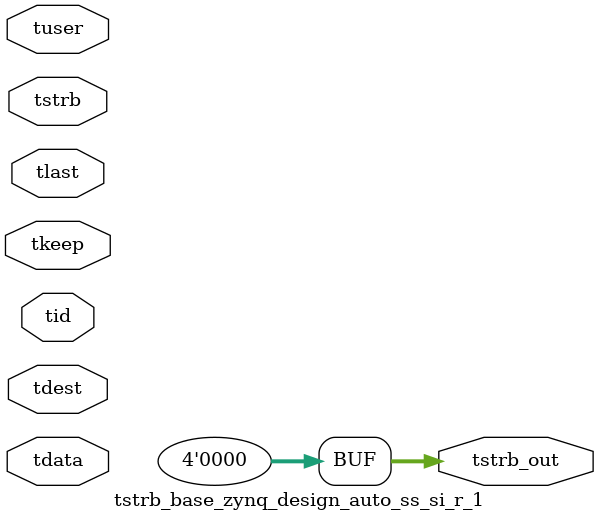
<source format=v>


`timescale 1ps/1ps

module tstrb_base_zynq_design_auto_ss_si_r_1 #
(
parameter C_S_AXIS_TDATA_WIDTH = 32,
parameter C_S_AXIS_TUSER_WIDTH = 0,
parameter C_S_AXIS_TID_WIDTH   = 0,
parameter C_S_AXIS_TDEST_WIDTH = 0,
parameter C_M_AXIS_TDATA_WIDTH = 32
)
(
input  [(C_S_AXIS_TDATA_WIDTH == 0 ? 1 : C_S_AXIS_TDATA_WIDTH)-1:0     ] tdata,
input  [(C_S_AXIS_TUSER_WIDTH == 0 ? 1 : C_S_AXIS_TUSER_WIDTH)-1:0     ] tuser,
input  [(C_S_AXIS_TID_WIDTH   == 0 ? 1 : C_S_AXIS_TID_WIDTH)-1:0       ] tid,
input  [(C_S_AXIS_TDEST_WIDTH == 0 ? 1 : C_S_AXIS_TDEST_WIDTH)-1:0     ] tdest,
input  [(C_S_AXIS_TDATA_WIDTH/8)-1:0 ] tkeep,
input  [(C_S_AXIS_TDATA_WIDTH/8)-1:0 ] tstrb,
input                                                                    tlast,
output [(C_M_AXIS_TDATA_WIDTH/8)-1:0 ] tstrb_out
);

assign tstrb_out = {1'b0};

endmodule


</source>
